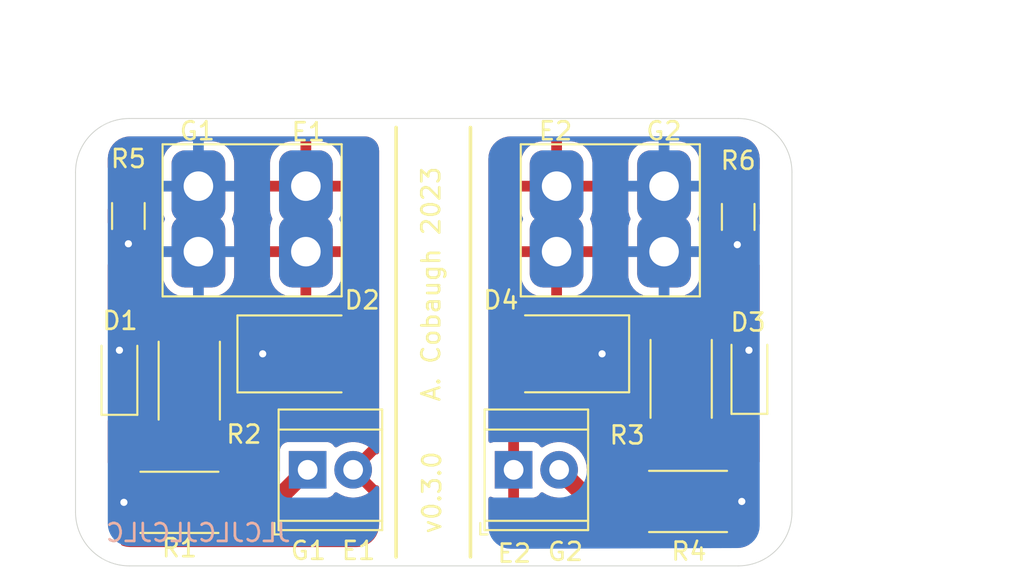
<source format=kicad_pcb>
(kicad_pcb (version 20221018) (generator pcbnew)
  (layers (0 "F.Cu" signal) (31 "B.Cu" signal) (34 "B.Paste" user) (35 "F.Paste" user) (36 "B.SilkS" user "B.Silkscreen") (37 "F.SilkS" user "F.Silkscreen") (38 "B.Mask" user) (39 "F.Mask" user) (44 "Edge.Cuts" user))
  (net 0 "")
  (net 1 "Net-(D1-K)")
  (net 2 "Net-(D1-A)")
  (net 3 "Net-(D2-A2)")
  (net 4 "Net-(D3-K)")
  (net 5 "Net-(D3-A)")
  (net 6 "Net-(D4-A2)")
  (net 7 "Net-(J2-Pin_2)")
  (net 8 "Net-(J1-Pin_1)")
  (footprint "Diode_SMD:D_SOD-123F" (layer "F.Cu") (at -1003.55 -1044.65 90)
    (fp_text reference "D1" (at 3.052 0.035 180) (layer "F.SilkS"))
    (fp_text value "1N5819")
    (fp_line (start -2.21 -1) (end -2.21 1) (stroke (width 0.12)) (layer "F.SilkS"))
    (fp_line (start -2.21 -1) (end 1.65 -1) (stroke (width 0.12)) (layer "F.SilkS"))
    (fp_line (start -2.21 1) (end 1.65 1) (stroke (width 0.12)) (layer "F.SilkS"))
    (pad "1" smd roundrect (at -1.4 0 90) (size 1.1 1.1) (layers "F.Cu" "F.Paste" "F.Mask") (roundrect_rratio 0.2272727273) (net 1 "Net-(D1-K)"))
    (pad "2" smd roundrect (at 1.4 0 90) (size 1.1 1.1) (layers "F.Cu" "F.Paste" "F.Mask") (roundrect_rratio 0.2272727273) (net 2 "Net-(D1-A)"))
  )
  (footprint "Diode_SMD:D_SMB" (layer "F.Cu") (at -993.3 -1045.845)
    (fp_text reference "D2" (at 3.3 -3.005) (layer "F.SilkS"))
    (fp_text value "1.5KExxCA")
    (fp_line (start -3.66 -2.15) (end -3.66 2.15) (stroke (width 0.12)) (layer "F.SilkS"))
    (fp_line (start -3.66 -2.15) (end 2.15 -2.15) (stroke (width 0.12)) (layer "F.SilkS"))
    (fp_line (start -3.66 2.15) (end 2.15 2.15) (stroke (width 0.12)) (layer "F.SilkS"))
    (pad "1" smd roundrect (at -2.15 0) (size 2.5 2.3) (layers "F.Cu" "F.Paste" "F.Mask") (roundrect_rratio 0.1086956522) (net 2 "Net-(D1-A)"))
    (pad "2" smd roundrect (at 2.15 0) (size 2.5 2.3) (layers "F.Cu" "F.Paste" "F.Mask") (roundrect_rratio 0.1086956522) (net 3 "Net-(D2-A2)"))
  )
  (footprint "TerminalBlock_TE-Connectivity:TerminalBlock_TE_282834-2_1x02_P2.54mm_Horizontal" (layer "F.Cu") (at -993.04 -1039.368)
    (fp_text reference "J1" hide)
    (fp_text value "Screw_Terminal_01x02" hide)
    (fp_line (start -1.86 2.97) (end -1.86 3.61) (stroke (width 0.12)) (layer "F.SilkS"))
    (fp_line (start -1.86 3.61) (end -1.46 3.61) (stroke (width 0.12)) (layer "F.SilkS"))
    (fp_line (start -1.62 -3.37) (end -1.62 3.37) (stroke (width 0.12)) (layer "F.SilkS"))
    (fp_line (start -1.62 -3.37) (end 4.16 -3.37) (stroke (width 0.12)) (layer "F.SilkS"))
    (fp_line (start -1.62 -2.25) (end 4.16 -2.25) (stroke (width 0.12)) (layer "F.SilkS"))
    (fp_line (start -1.62 2.85) (end 4.16 2.85) (stroke (width 0.12)) (layer "F.SilkS"))
    (fp_line (start -1.62 3.37) (end 4.16 3.37) (stroke (width 0.12)) (layer "F.SilkS"))
    (fp_line (start 4.16 -3.37) (end 4.16 3.37) (stroke (width 0.12)) (layer "F.SilkS"))
    (pad "1" thru_hole rect (at 0 0) (size 2.1 2.1) (drill 1.1) (layers "*.Cu" "*.Mask") (net 8 "Net-(J1-Pin_1)"))
    (pad "2" thru_hole circle (at 2.54 0) (size 2.1 2.1) (drill 1.1) (layers "*.Cu" "*.Mask") (net 3 "Net-(D2-A2)"))
  )
  (footprint "Resistor_SMD:R_2512_6332Metric_Pad1.40x3.35mm_HandSolder" (layer "F.Cu") (at -1000.2 -1037.55)
    (fp_text reference "R1" (at 0 2.55 180) (layer "F.SilkS"))
    (fp_text value "5.1")
    (fp_line (start -2.177064 -1.71) (end 2.177064 -1.71) (stroke (width 0.12)) (layer "F.SilkS"))
    (fp_line (start -2.177064 1.71) (end 2.177064 1.71) (stroke (width 0.12)) (layer "F.SilkS"))
    (pad "1" smd roundrect (at -3.05 0) (size 1.4 3.35) (layers "F.Cu" "F.Paste" "F.Mask") (roundrect_rratio 0.1785707143) (net 2 "Net-(D1-A)"))
    (pad "2" smd roundrect (at 3.05 0) (size 1.4 3.35) (layers "F.Cu" "F.Paste" "F.Mask") (roundrect_rratio 0.1785707143) (net 8 "Net-(J1-Pin_1)"))
  )
  (footprint "Resistor_SMD:R_2512_6332Metric_Pad1.40x3.35mm_HandSolder" (layer "F.Cu") (at -999.65 -1044.35 -90)
    (fp_text reference "R2" (at 3 -3.05 -180) (layer "F.SilkS"))
    (fp_text value "0R82")
    (fp_line (start -2.177064 -1.71) (end 2.177064 -1.71) (stroke (width 0.12)) (layer "F.SilkS"))
    (fp_line (start -2.177064 1.71) (end 2.177064 1.71) (stroke (width 0.12)) (layer "F.SilkS"))
    (pad "1" smd roundrect (at -3.05 0 270) (size 1.4 3.35) (layers "F.Cu" "F.Paste" "F.Mask") (roundrect_rratio 0.1785707143) (net 1 "Net-(D1-K)"))
    (pad "2" smd roundrect (at 3.05 0 270) (size 1.4 3.35) (layers "F.Cu" "F.Paste" "F.Mask") (roundrect_rratio 0.1785707143) (net 8 "Net-(J1-Pin_1)"))
  )
  (footprint "Diode_SMD:D_SOD-123F" (layer "F.Cu") (at -968.375 -1044.705 90)
    (fp_text reference "D3" (at 2.905 -0.075) (layer "F.SilkS"))
    (fp_text value "1N5819")
    (fp_line (start -2.21 -1) (end -2.21 1) (stroke (width 0.12)) (layer "F.SilkS"))
    (fp_line (start -2.21 -1) (end 1.65 -1) (stroke (width 0.12)) (layer "F.SilkS"))
    (fp_line (start -2.21 1) (end 1.65 1) (stroke (width 0.12)) (layer "F.SilkS"))
    (pad "1" smd roundrect (at -1.4 0 90) (size 1.1 1.1) (layers "F.Cu" "F.Paste" "F.Mask") (roundrect_rratio 0.2272727273) (net 4 "Net-(D3-K)"))
    (pad "2" smd roundrect (at 1.4 0 90) (size 1.1 1.1) (layers "F.Cu" "F.Paste" "F.Mask") (roundrect_rratio 0.2272727273) (net 5 "Net-(D3-A)"))
  )
  (footprint "Diode_SMD:D_SMB" (layer "F.Cu") (at -978.75 -1045.85 180)
    (fp_text reference "D4" (at 3.5 3 180) (layer "F.SilkS"))
    (fp_text value "1.5KExxCA")
    (fp_line (start -3.66 -2.15) (end -3.66 2.15) (stroke (width 0.12)) (layer "F.SilkS"))
    (fp_line (start -3.66 -2.15) (end 2.15 -2.15) (stroke (width 0.12)) (layer "F.SilkS"))
    (fp_line (start -3.66 2.15) (end 2.15 2.15) (stroke (width 0.12)) (layer "F.SilkS"))
    (pad "1" smd roundrect (at -2.15 0 180) (size 2.5 2.3) (layers "F.Cu" "F.Paste" "F.Mask") (roundrect_rratio 0.1086956522) (net 5 "Net-(D3-A)"))
    (pad "2" smd roundrect (at 2.15 0 180) (size 2.5 2.3) (layers "F.Cu" "F.Paste" "F.Mask") (roundrect_rratio 0.1086956522) (net 6 "Net-(D4-A2)"))
  )
  (footprint "cm300-board:IGBT-CM300DY-GATE" (layer "F.Cu") (at -1000.64 -1049.56)
    (fp_text reference "J3" hide)
    (fp_text value "Conn_01x04_Female" hide)
    (fp_text user "G2" (at 27.49 -8.74) (layer "F.SilkS"))
    (fp_text user "G1" (at 1.44 -8.74) (layer "F.SilkS"))
    (fp_text user "E2" (at 21.44 -8.74) (layer "F.SilkS"))
    (fp_text user "E1" (at 7.64 -8.69) (layer "F.SilkS"))
    (fp_line (start -0.5 -8) (end -0.5 0.5) (stroke (width 0.12)) (layer "F.SilkS"))
    (fp_line (start -0.5 -8) (end 9.5 -8) (stroke (width 0.12)) (layer "F.SilkS"))
    (fp_line (start -0.5 0.5) (end 9.5 0.5) (stroke (width 0.12)) (layer "F.SilkS"))
    (fp_line (start 9.5 -8) (end 9.5 0.5) (stroke (width 0.12)) (layer "F.SilkS"))
    (fp_line (start 19.5 -8) (end 19.5 0.5) (stroke (width 0.12)) (layer "F.SilkS"))
    (fp_line (start 19.5 -8) (end 29.5 -8) (stroke (width 0.12)) (layer "F.SilkS"))
    (fp_line (start 19.5 0.5) (end 29.5 0.5) (stroke (width 0.12)) (layer "F.SilkS"))
    (fp_line (start 29.5 0.5) (end 29.5 -8) (stroke (width 0.12)) (layer "F.SilkS"))
    (pad "1" thru_hole roundrect (at 1.5 -5.66 90) (size 4 3) (drill 1.65) (layers "*.Cu" "*.Mask") (net 2 "Net-(D1-A)"))
    (pad "1" thru_hole roundrect (at 1.5 -2 90) (size 4 3) (drill 1.65) (layers "*.Cu" "*.Mask") (net 2 "Net-(D1-A)"))
    (pad "2" thru_hole roundrect (at 7.5 -5.66 90) (size 4 3) (drill 1.65) (layers "*.Cu" "*.Mask") (net 3 "Net-(D2-A2)"))
    (pad "2" thru_hole roundrect (at 7.5 -2 90) (size 4 3) (drill 1.65) (layers "*.Cu" "*.Mask") (net 3 "Net-(D2-A2)"))
    (pad "3" thru_hole roundrect (at 21.5 -5.66 90) (size 4 3) (drill 1.65) (layers "*.Cu" "*.Mask") (net 6 "Net-(D4-A2)"))
    (pad "3" thru_hole roundrect (at 21.5 -2 90) (size 4 3) (drill 1.65) (layers "*.Cu" "*.Mask") (net 6 "Net-(D4-A2)"))
    (pad "4" thru_hole roundrect (at 27.5 -5.66 90) (size 4 3) (drill 1.65) (layers "*.Cu" "*.Mask") (net 5 "Net-(D3-A)"))
    (pad "4" thru_hole roundrect (at 27.5 -2 90) (size 4 3) (drill 1.65) (layers "*.Cu" "*.Mask") (net 5 "Net-(D3-A)"))
  )
  (footprint "Resistor_SMD:R_2512_6332Metric_Pad1.40x3.35mm_HandSolder" (layer "F.Cu") (at -972.185 -1044.45 -90)
    (fp_text reference "R3" (at 3.15 3.015 -180) (layer "F.SilkS"))
    (fp_text value "0R82")
    (fp_line (start -2.177064 -1.71) (end 2.177064 -1.71) (stroke (width 0.12)) (layer "F.SilkS"))
    (fp_line (start -2.177064 1.71) (end 2.177064 1.71) (stroke (width 0.12)) (layer "F.SilkS"))
    (pad "1" smd roundrect (at -3.05 0 270) (size 1.4 3.35) (layers "F.Cu" "F.Paste" "F.Mask") (roundrect_rratio 0.1785707143) (net 4 "Net-(D3-K)"))
    (pad "2" smd roundrect (at 3.05 0 270) (size 1.4 3.35) (layers "F.Cu" "F.Paste" "F.Mask") (roundrect_rratio 0.1785707143) (net 7 "Net-(J2-Pin_2)"))
  )
  (footprint "Resistor_SMD:R_2512_6332Metric_Pad1.40x3.35mm_HandSolder" (layer "F.Cu") (at -971.8 -1037.6 180)
    (fp_text reference "R4" (at -0.05 -2.79) (layer "F.SilkS"))
    (fp_text value "5.1")
    (fp_line (start -2.177064 -1.71) (end 2.177064 -1.71) (stroke (width 0.12)) (layer "F.SilkS"))
    (fp_line (start -2.177064 1.71) (end 2.177064 1.71) (stroke (width 0.12)) (layer "F.SilkS"))
    (pad "1" smd roundrect (at -3.05 0 180) (size 1.4 3.35) (layers "F.Cu" "F.Paste" "F.Mask") (roundrect_rratio 0.1785707143) (net 5 "Net-(D3-A)"))
    (pad "2" smd roundrect (at 3.05 0 180) (size 1.4 3.35) (layers "F.Cu" "F.Paste" "F.Mask") (roundrect_rratio 0.1785707143) (net 7 "Net-(J2-Pin_2)"))
  )
  (footprint "TerminalBlock_TE-Connectivity:TerminalBlock_TE_282834-2_1x02_P2.54mm_Horizontal" (layer "F.Cu") (at -981.54 -1039.368)
    (fp_text reference "J2" hide)
    (fp_text value "Screw_Terminal_01x02" hide)
    (fp_line (start -1.86 2.97) (end -1.86 3.61) (stroke (width 0.12)) (layer "F.SilkS"))
    (fp_line (start -1.86 3.61) (end -1.46 3.61) (stroke (width 0.12)) (layer "F.SilkS"))
    (fp_line (start -1.62 -3.37) (end -1.62 3.37) (stroke (width 0.12)) (layer "F.SilkS"))
    (fp_line (start -1.62 -3.37) (end 4.16 -3.37) (stroke (width 0.12)) (layer "F.SilkS"))
    (fp_line (start -1.62 -2.25) (end 4.16 -2.25) (stroke (width 0.12)) (layer "F.SilkS"))
    (fp_line (start -1.62 2.85) (end 4.16 2.85) (stroke (width 0.12)) (layer "F.SilkS"))
    (fp_line (start -1.62 3.37) (end 4.16 3.37) (stroke (width 0.12)) (layer "F.SilkS"))
    (fp_line (start 4.16 -3.37) (end 4.16 3.37) (stroke (width 0.12)) (layer "F.SilkS"))
    (pad "1" thru_hole rect (at 0 0) (size 2.1 2.1) (drill 1.1) (layers "*.Cu" "*.Mask") (net 6 "Net-(D4-A2)"))
    (pad "2" thru_hole circle (at 2.54 0) (size 2.1 2.1) (drill 1.1) (layers "*.Cu" "*.Mask") (net 7 "Net-(J2-Pin_2)"))
  )
  (footprint "Resistor_SMD:R_1206_3216Metric_Pad1.30x1.75mm_HandSolder" (layer "F.Cu") (at -969 -1053.5 -90)
    (fp_text reference "R6" (at -3.15 0 -180) (layer "F.SilkS"))
    (fp_text value "10k")
    (fp_line (start -0.727064 -0.91) (end 0.727064 -0.91) (stroke (width 0.12)) (layer "F.SilkS"))
    (fp_line (start -0.727064 0.91) (end 0.727064 0.91) (stroke (width 0.12)) (layer "F.SilkS"))
    (pad "1" smd roundrect (at -1.55 0 270) (size 1.3 1.75) (layers "F.Cu" "F.Paste" "F.Mask") (roundrect_rratio 0.1923076923) (net 6 "Net-(D4-A2)"))
    (pad "2" smd roundrect (at 1.55 0 270) (size 1.3 1.75) (layers "F.Cu" "F.Paste" "F.Mask") (roundrect_rratio 0.1923076923) (net 5 "Net-(D3-A)"))
  )
  (footprint "Resistor_SMD:R_1206_3216Metric_Pad1.30x1.75mm_HandSolder" (layer "F.Cu") (at -1003.05 -1053.55 90)
    (fp_text reference "R5" (at 3.2 0 180) (layer "F.SilkS"))
    (fp_text value "10K")
    (fp_line (start -0.727064 -0.91) (end 0.727064 -0.91) (stroke (width 0.12)) (layer "F.SilkS"))
    (fp_line (start -0.727064 0.91) (end 0.727064 0.91) (stroke (width 0.12)) (layer "F.SilkS"))
    (pad "1" smd roundrect (at -1.55 0 90) (size 1.3 1.75) (layers "F.Cu" "F.Paste" "F.Mask") (roundrect_rratio 0.1923076923) (net 2 "Net-(D1-A)"))
    (pad "2" smd roundrect (at 1.55 0 90) (size 1.3 1.75) (layers "F.Cu" "F.Paste" "F.Mask") (roundrect_rratio 0.1923076923) (net 3 "Net-(D2-A2)"))
  )
  (gr_line (start -988.1 -1058.5) (end -988.1 -1034.5) (stroke (width 0.2)) (layer "F.SilkS"))
  (gr_line (start -983.95 -1058.5) (end -983.95 -1034.5) (stroke (width 0.2)) (layer "F.SilkS"))
  (gr_line (start -1006 -1037) (end -1006 -1056) (stroke (width 0.05)) (layer "Edge.Cuts"))
  (gr_line (start -969 -1034) (end -1003 -1034) (stroke (width 0.05)) (layer "Edge.Cuts"))
  (gr_line (start -1003 -1059) (end -969 -1059) (stroke (width 0.05)) (layer "Edge.Cuts"))
  (gr_arc (start -1006 -1056) (mid -1005.12132 -1058.12132) (end -1003 -1059) (stroke (width 0.05)) (layer "Edge.Cuts"))
  (gr_arc (start -969 -1059) (mid -966.87868 -1058.12132) (end -966 -1056) (stroke (width 0.05)) (layer "Edge.Cuts"))
  (gr_arc (start -1003 -1034) (mid -1005.12132 -1034.87868) (end -1006 -1037) (stroke (width 0.05)) (layer "Edge.Cuts"))
  (gr_line (start -966 -1056) (end -966 -1037) (stroke (width 0.05)) (layer "Edge.Cuts"))
  (gr_arc (start -966 -1037) (mid -966.87868 -1034.87868) (end -969 -1034) (stroke (width 0.05)) (layer "Edge.Cuts"))
  (gr_text "JLCJLCJLCJLC" (at -999.15 -1035.85) (layer "B.SilkS") (effects (font (size 1 1)) (justify mirror)))
  (gr_text "E2\n" (at -981.5 -1034.7) (layer "F.SilkS") (effects (font (size 1 1))))
  (gr_text "v0.3.0" (at -986.1 -1038.1 90) (layer "F.SilkS") (effects (font (size 1 1))))
  (gr_text "G2" (at -978.65 -1034.796) (layer "F.SilkS") (effects (font (size 1 1))))
  (gr_text "A. Cobaugh 2023" (at -986.15 -1049.75 90) (layer "F.SilkS") (effects (font (size 1 1))))
  (gr_text "G1" (at -993 -1034.85) (layer "F.SilkS") (effects (font (size 1 1))))
  (gr_text "E1\n" (at -990.2 -1034.85) (layer "F.SilkS") (effects (font (size 1 1))))
  (segment (start -1003.55 -1043.5) (end -999.65 -1047.4) (width 1) (layer "F.Cu") (net 1))
  (segment (start -1003.55 -1043.25) (end -1003.55 -1043.5) (width 1) (layer "F.Cu") (net 1))
  (via (at -1003.05 -1052) (size 0.8) (drill 0.4) (layers "F.Cu" "B.Cu") (net 2))
  (via (at -1003.3 -1037.55) (size 0.8) (drill 0.4) (layers "F.Cu" "B.Cu") (net 2))
  (via (at -995.55 -1045.85) (size 0.8) (drill 0.4) (layers "F.Cu" "B.Cu") (net 2))
  (via (at -1003.55 -1046.05) (size 0.8) (drill 0.4) (layers "F.Cu" "B.Cu") (net 2))
  (segment (start -999.49 -1051.56) (end -999.49 -1051.56) (width 0.25) (layer "B.Cu") (net 2))
  (segment (start -999.49 -1051.56) (end -999.14 -1051.56) (width 0.25) (layer "B.Cu") (net 2))
  (segment (start -972.185 -1047.115) (end -968.375 -1043.305) (width 1) (layer "F.Cu") (net 4))
  (segment (start -972.185 -1047.5) (end -972.185 -1047.115) (width 1) (layer "F.Cu") (net 4))
  (via (at -969.05 -1051.95) (size 0.8) (drill 0.4) (layers "F.Cu" "B.Cu") (net 5))
  (via (at -976.6 -1045.85) (size 0.8) (drill 0.4) (layers "F.Cu" "B.Cu") (net 5))
  (via (at -968.8 -1037.6) (size 0.8) (drill 0.4) (layers "F.Cu" "B.Cu") (net 5))
  (via (at -968.4 -1046.05) (size 0.8) (drill 0.4) (layers "F.Cu" "B.Cu") (net 5))
  (segment (start -972.82 -1051.56) (end -973.14 -1051.56) (width 0.25) (layer "B.Cu") (net 5))
  (segment (start -972.82 -1051.56) (end -972.82 -1051.56) (width 0.25) (layer "B.Cu") (net 5))
  (segment (start -981.2 -1045.845) (end -981.54 -1045.505) (width 0.25) (layer "F.Cu") (net 6))
  (segment (start -979.17 -1051.56) (end -979.14 -1051.56) (width 0.25) (layer "B.Cu") (net 6))
  (segment (start -979.14 -1051.06) (end -979.14 -1051.56) (width 1.5748) (layer "B.Cu") (net 6))
  (segment (start -974.85 -1038.735) (end -972.185 -1041.4) (width 1) (layer "F.Cu") (net 7))
  (segment (start -974.85 -1037.6) (end -974.85 -1038.735) (width 1) (layer "F.Cu") (net 7))
  (segment (start -979 -1039.368) (end -977.232 -1037.6) (width 1) (layer "F.Cu") (net 7))
  (segment (start -977.232 -1037.6) (end -974.85 -1037.6) (width 1) (layer "F.Cu") (net 7))
  (segment (start -997.15 -1037.55) (end -997.15 -1038.8) (width 1) (layer "F.Cu") (net 8))
  (segment (start -997.15 -1037.55) (end -994.9 -1037.55) (width 1) (layer "F.Cu") (net 8))
  (segment (start -993.04 -1039.16) (end -993.04 -1039.368) (width 0.25) (layer "F.Cu") (net 8))
  (segment (start -993.082 -1039.368) (end -993.04 -1039.368) (width 0.25) (layer "F.Cu") (net 8))
  (segment (start -994.9 -1037.55) (end -993.082 -1039.368) (width 1) (layer "F.Cu") (net 8))
  (segment (start -996.95 -1037.59) (end -996.95 -1038.225) (width 1) (layer "F.Cu") (net 8))
  (segment (start -997.15 -1038.8) (end -999.65 -1041.3) (width 1) (layer "F.Cu") (net 8))
  (zone (net 6) (net_name "Net-(D4-A2)") (layer "F.Cu") (name "E2") (connect_pads (clearance 0.5)) (min_thickness 0.25) (fill yes (thermal_gap 0.5) (thermal_bridge_width 0.6) (smoothing fillet) (radius 1.25))
    (polygon (pts (xy -967.8 -1058) (xy -967.8 -1035) (xy -982.95 -1035) (xy -982.95 -1058)))
  )
  (zone (net 3) (net_name "Net-(D2-A2)") (layer "F.Cu") (name "E2") (priority 2) (connect_pads (clearance 0.5)) (min_thickness 0.25) (fill yes (thermal_gap 0.5) (thermal_bridge_width 0.6) (smoothing fillet) (radius 1.25))
    (polygon (pts (xy -989.05 -1053.05) (xy -989.05 -1035.05) (xy -1004.2 -1035.05) (xy -1004.2 -1058) (xy -989.05 -1058) (xy -989.05 -1056.4)))
  )
  (zone (net 2) (net_name "Net-(D1-A)") (layer "B.Cu") (name "E2") (priority 2) (connect_pads (clearance 0.5)) (min_thickness 0.25) (fill yes (thermal_gap 0.5) (thermal_bridge_width 0.6) (smoothing fillet) (radius 1.25))
    (polygon (pts (xy -989.05 -1053.05) (xy -989.05 -1035.1) (xy -1004.2 -1035.1) (xy -1004.2 -1058) (xy -989.05 -1058) (xy -989.05 -1056.4)))
  )
  (zone (net 5) (net_name "Net-(D3-A)") (layer "B.Cu") (name "E2") (priority 1) (connect_pads (clearance 0.5)) (min_thickness 0.25) (fill yes (thermal_gap 0.5) (thermal_bridge_width 0.6) (smoothing fillet) (radius 1.25))
    (polygon (pts (xy -982.95 -1058) (xy -967.8 -1058) (xy -967.8 -1035) (xy -982.95 -1034.95)))
  )
)
</source>
